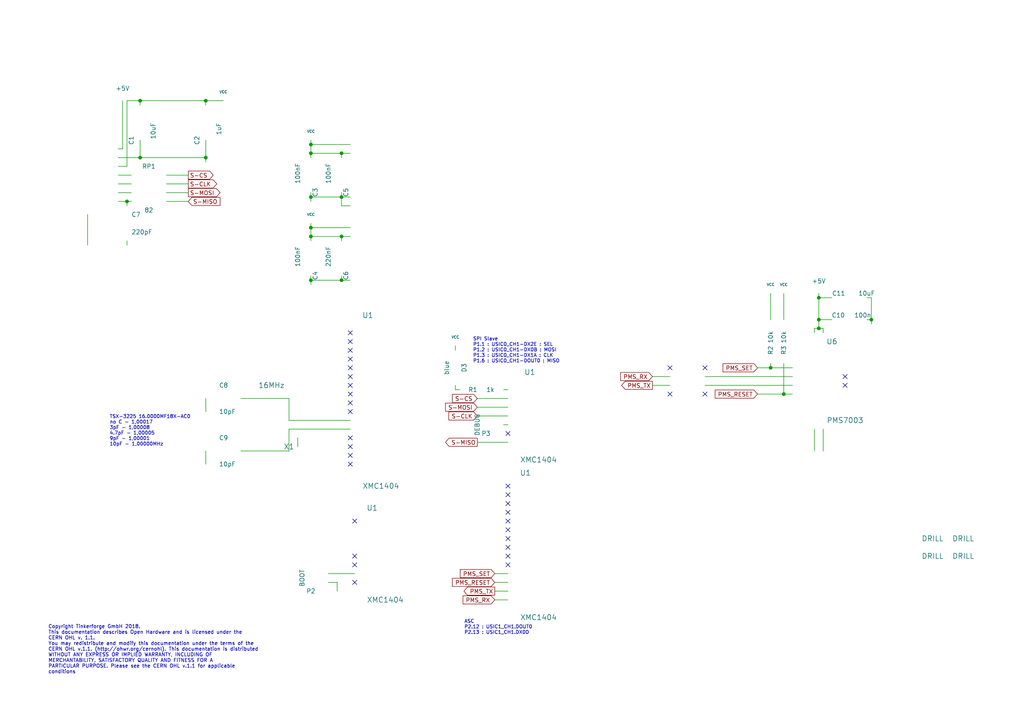
<source format=kicad_sch>
(kicad_sch (version 20230121) (generator eeschema)
  (paper "A4")
  (title_block (title "Particulate Matter Bricklet") (date "2018-01-22") (rev "1.0") (company "Tinkerforge GmbH") (comment 1 "Licensed under CERN OHL v.1.1") (comment 2 "Copyright (©) 2018, L.Lauer <lukas@tinkerforge.com>"))
  (lib_symbols)
  (junction (at 227.33 114.3))
  (junction (at 223.52 106.68))
  (junction (at 99.06 81.28))
  (junction (at 59.69 29.21))
  (junction (at 90.17 57.15))
  (junction (at 90.17 41.91))
  (junction (at 40.64 29.21))
  (junction (at 237.49 92.71))
  (junction (at 99.06 44.45))
  (junction (at 36.83 58.42))
  (junction (at 90.17 68.58))
  (junction (at 59.69 45.72))
  (junction (at 237.49 95.25))
  (junction (at 40.64 45.72))
  (junction (at 90.17 81.28))
  (junction (at 99.06 57.15))
  (junction (at 90.17 44.45))
  (junction (at 90.17 66.04))
  (junction (at 237.49 86.36))
  (junction (at 99.06 68.58))
  (junction (at 252.73 92.71))
  (no_connect (at 101.6 134.62))
  (no_connect (at 204.47 114.3))
  (no_connect (at 245.11 109.22))
  (no_connect (at 147.32 148.59))
  (no_connect (at 101.6 106.68))
  (no_connect (at 101.6 119.38))
  (no_connect (at 245.11 111.76))
  (no_connect (at 101.6 99.06))
  (no_connect (at 147.32 158.75))
  (no_connect (at 102.87 161.29))
  (no_connect (at 102.87 163.83))
  (no_connect (at 147.32 156.21))
  (no_connect (at 147.32 153.67))
  (no_connect (at 101.6 101.6))
  (no_connect (at 102.87 168.91))
  (no_connect (at 101.6 116.84))
  (no_connect (at 101.6 129.54))
  (no_connect (at 101.6 96.52))
  (no_connect (at 102.87 151.13))
  (no_connect (at 101.6 111.76))
  (no_connect (at 101.6 127))
  (no_connect (at 147.32 163.83))
  (no_connect (at 147.32 125.73))
  (no_connect (at 147.32 140.97))
  (no_connect (at 147.32 146.05))
  (no_connect (at 194.31 114.3))
  (no_connect (at 101.6 132.08))
  (no_connect (at 204.47 106.68))
  (no_connect (at 101.6 104.14))
  (no_connect (at 101.6 114.3))
  (no_connect (at 147.32 143.51))
  (no_connect (at 101.6 109.22))
  (no_connect (at 194.31 106.68))
  (no_connect (at 147.32 161.29))
  (no_connect (at 147.32 151.13))
  (wire (pts (xy 36.83 48.26) (xy 36.83 29.21)))
  (wire (pts (xy 241.3 92.71) (xy 237.49 92.71)))
  (wire (pts (xy 147.32 113.03) (xy 146.05 113.03)))
  (wire (pts (xy 194.31 109.22) (xy 189.23 109.22)))
  (wire (pts (xy 99.06 68.58) (xy 101.6 68.58)))
  (wire (pts (xy 133.35 113.03) (xy 132.08 113.03)))
  (wire (pts (xy 48.26 50.8) (xy 54.61 50.8)))
  (wire (pts (xy 90.17 44.45) (xy 90.17 45.72)))
  (wire (pts (xy 138.43 128.27) (xy 147.32 128.27)))
  (wire (pts (xy 99.06 81.28) (xy 101.6 81.28)))
  (wire (pts (xy 83.82 124.46) (xy 101.6 124.46)))
  (wire (pts (xy 59.69 30.48) (xy 59.69 29.21)))
  (wire (pts (xy 59.69 40.64) (xy 59.69 45.72)))
  (wire (pts (xy 36.83 59.69) (xy 36.83 58.42)))
  (wire (pts (xy 83.82 121.92) (xy 101.6 121.92)))
  (wire (pts (xy 35.56 29.21) (xy 35.56 43.18)))
  (wire (pts (xy 69.85 115.57) (xy 83.82 115.57)))
  (wire (pts (xy 90.17 66.04) (xy 90.17 68.58)))
  (wire (pts (xy 237.49 92.71) (xy 237.49 86.36)))
  (wire (pts (xy 90.17 68.58) (xy 99.06 68.58)))
  (wire (pts (xy 236.22 96.52) (xy 236.22 95.25)))
  (wire (pts (xy 251.46 92.71) (xy 252.73 92.71)))
  (wire (pts (xy 36.83 69.85) (xy 36.83 71.12)))
  (wire (pts (xy 59.69 29.21) (xy 64.77 29.21)))
  (wire (pts (xy 90.17 64.77) (xy 90.17 66.04)))
  (wire (pts (xy 194.31 111.76) (xy 189.23 111.76)))
  (wire (pts (xy 238.76 124.46) (xy 238.76 130.81)))
  (wire (pts (xy 101.6 41.91) (xy 90.17 41.91)))
  (wire (pts (xy 223.52 106.68) (xy 229.87 106.68)))
  (wire (pts (xy 147.32 173.99) (xy 143.51 173.99)))
  (wire (pts (xy 238.76 95.25) (xy 238.76 96.52)))
  (wire (pts (xy 227.33 85.09) (xy 227.33 92.71)))
  (wire (pts (xy 204.47 109.22) (xy 229.87 109.22)))
  (wire (pts (xy 147.32 168.91) (xy 143.51 168.91)))
  (wire (pts (xy 219.71 106.68) (xy 223.52 106.68)))
  (wire (pts (xy 48.26 58.42) (xy 54.61 58.42)))
  (wire (pts (xy 90.17 41.91) (xy 90.17 44.45)))
  (wire (pts (xy 223.52 85.09) (xy 223.52 92.71)))
  (wire (pts (xy 99.06 57.15) (xy 99.06 59.69)))
  (wire (pts (xy 138.43 120.65) (xy 147.32 120.65)))
  (wire (pts (xy 90.17 80.01) (xy 90.17 81.28)))
  (wire (pts (xy 99.06 57.15) (xy 101.6 57.15)))
  (wire (pts (xy 90.17 57.15) (xy 99.06 57.15)))
  (wire (pts (xy 34.29 53.34) (xy 38.1 53.34)))
  (wire (pts (xy 40.64 45.72) (xy 40.64 40.64)))
  (wire (pts (xy 237.49 95.25) (xy 238.76 95.25)))
  (wire (pts (xy 90.17 81.28) (xy 90.17 82.55)))
  (wire (pts (xy 90.17 81.28) (xy 99.06 81.28)))
  (wire (pts (xy 223.52 105.41) (xy 223.52 106.68)))
  (wire (pts (xy 219.71 114.3) (xy 227.33 114.3)))
  (wire (pts (xy 146.05 123.19) (xy 147.32 123.19)))
  (wire (pts (xy 69.85 130.81) (xy 83.82 130.81)))
  (wire (pts (xy 99.06 44.45) (xy 101.6 44.45)))
  (wire (pts (xy 36.83 29.21) (xy 40.64 29.21)))
  (wire (pts (xy 38.1 55.88) (xy 34.29 55.88)))
  (wire (pts (xy 34.29 50.8) (xy 38.1 50.8)))
  (wire (pts (xy 48.26 53.34) (xy 54.61 53.34)))
  (wire (pts (xy 227.33 114.3) (xy 229.87 114.3)))
  (wire (pts (xy 59.69 119.38) (xy 59.69 115.57)))
  (wire (pts (xy 34.29 58.42) (xy 36.83 58.42)))
  (wire (pts (xy 83.82 130.81) (xy 83.82 124.46)))
  (wire (pts (xy 34.29 48.26) (xy 36.83 48.26)))
  (wire (pts (xy 241.3 86.36) (xy 237.49 86.36)))
  (wire (pts (xy 237.49 86.36) (xy 237.49 85.09)))
  (wire (pts (xy 86.36 129.54) (xy 86.36 127)))
  (wire (pts (xy 204.47 111.76) (xy 229.87 111.76)))
  (wire (pts (xy 252.73 92.71) (xy 252.73 93.98)))
  (wire (pts (xy 83.82 115.57) (xy 83.82 121.92)))
  (wire (pts (xy 143.51 166.37) (xy 147.32 166.37)))
  (wire (pts (xy 48.26 55.88) (xy 54.61 55.88)))
  (wire (pts (xy 97.79 168.91) (xy 97.79 171.45)))
  (wire (pts (xy 99.06 68.58) (xy 99.06 69.85)))
  (wire (pts (xy 36.83 58.42) (xy 38.1 58.42)))
  (wire (pts (xy 237.49 95.25) (xy 237.49 92.71)))
  (wire (pts (xy 90.17 44.45) (xy 99.06 44.45)))
  (wire (pts (xy 90.17 57.15) (xy 90.17 58.42)))
  (wire (pts (xy 40.64 29.21) (xy 40.64 30.48)))
  (wire (pts (xy 34.29 45.72) (xy 40.64 45.72)))
  (wire (pts (xy 90.17 40.64) (xy 90.17 41.91)))
  (wire (pts (xy 35.56 43.18) (xy 34.29 43.18)))
  (wire (pts (xy 236.22 124.46) (xy 236.22 130.81)))
  (wire (pts (xy 99.06 81.28) (xy 99.06 80.01)))
  (wire (pts (xy 99.06 59.69) (xy 101.6 59.69)))
  (wire (pts (xy 132.08 113.03) (xy 132.08 111.76)))
  (wire (pts (xy 236.22 95.25) (xy 237.49 95.25)))
  (wire (pts (xy 90.17 55.88) (xy 90.17 57.15)))
  (wire (pts (xy 251.46 86.36) (xy 252.73 86.36)))
  (wire (pts (xy 59.69 134.62) (xy 59.69 130.81)))
  (wire (pts (xy 143.51 171.45) (xy 147.32 171.45)))
  (wire (pts (xy 101.6 66.04) (xy 90.17 66.04)))
  (wire (pts (xy 40.64 29.21) (xy 59.69 29.21)))
  (wire (pts (xy 99.06 44.45) (xy 99.06 45.72)))
  (wire (pts (xy 227.33 105.41) (xy 227.33 114.3)))
  (wire (pts (xy 59.69 45.72) (xy 59.69 46.99)))
  (wire (pts (xy 90.17 68.58) (xy 90.17 69.85)))
  (wire (pts (xy 138.43 118.11) (xy 147.32 118.11)))
  (wire (pts (xy 252.73 86.36) (xy 252.73 92.71)))
  (wire (pts (xy 99.06 55.88) (xy 99.06 57.15)))
  (wire (pts (xy 95.25 168.91) (xy 97.79 168.91)))
  (wire (pts (xy 132.08 100.33) (xy 132.08 101.6)))
  (wire (pts (xy 25.4 62.23) (xy 25.4 71.12)))
  (wire (pts (xy 40.64 45.72) (xy 59.69 45.72)))
  (wire (pts (xy 102.87 166.37) (xy 95.25 166.37)))
  (wire (pts (xy 138.43 115.57) (xy 147.32 115.57)))
  (text "SPI Slave\nP1.1 : USIC0_CH1-DX2E : SEL\nP1.2 : USIC0_CH1-DX0B : MOSI\nP1.3 : USIC0_CH1-DX1A : CLK\nP1.6 : USIC0_CH1-DOUT0 : MISO" (at 137.16 105.41 0) (effects (font (size 0.9906 0.9906)) (justify left bottom)))
  (text "Copyright Tinkerforge GmbH 2018.\nThis documentation describes Open Hardware and is licensed under the\nCERN OHL v. 1.1.\nYou may redistribute and modify this documentation under the terms of the\nCERN OHL v.1.1. (http://ohwr.org/cernohl). This documentation is distributed\nWITHOUT ANY EXPRESS OR IMPLIED WARRANTY, INCLUDING OF\nMERCHANTABILITY, SATISFACTORY QUALITY AND FITNESS FOR A\nPARTICULAR PURPOSE. Please see the CERN OHL v.1.1 for applicable\nconditions\n" (at 13.97 195.58 0) (effects (font (size 1.016 1.016)) (justify left bottom)))
  (text "ASC\nP2.12 : USIC1_CH1.DOUT0\nP2.13 : USIC1_CH1.DX0D" (at 134.62 184.15 0) (effects (font (size 0.9906 0.9906)) (justify left bottom)))
  (text "TSX-3225 16.0000MF18X-AC0\nno C - 1,00017\n3pF - 1,00008\n4.7pF - 1,00005\n9pF - 1,00001\n10pF - 1,00000MHz" (at 31.75 129.54 0) (effects (font (size 0.9906 0.9906)) (justify left bottom)))
  (global_label "PMS_RX" (shape input) (at 143.51 173.99 180) (effects (font (size 1.1938 1.1938))) (property "Intersheetrefs" "${INTERSHEET_REFS}" (effects hide)))
  (global_label "S-MOSI" (shape output) (at 54.61 55.88 0) (effects (font (size 1.1938 1.1938))) (property "Intersheetrefs" "${INTERSHEET_REFS}" (effects hide)))
  (global_label "S-MISO" (shape input) (at 54.61 58.42 0) (effects (font (size 1.1938 1.1938))) (property "Intersheetrefs" "${INTERSHEET_REFS}" (effects hide)))
  (global_label "PMS_SET" (shape input) (at 143.51 166.37 180) (effects (font (size 1.1938 1.1938))) (property "Intersheetrefs" "${INTERSHEET_REFS}" (effects hide)))
  (global_label "PMS_SET" (shape input) (at 219.71 106.68 180) (effects (font (size 1.1938 1.1938))) (property "Intersheetrefs" "${INTERSHEET_REFS}" (effects hide)))
  (global_label "PMS_RESET" (shape input) (at 219.71 114.3 180) (effects (font (size 1.1938 1.1938))) (property "Intersheetrefs" "${INTERSHEET_REFS}" (effects hide)))
  (global_label "S-CS" (shape input) (at 138.43 115.57 180) (effects (font (size 1.1938 1.1938))) (property "Intersheetrefs" "${INTERSHEET_REFS}" (effects hide)))
  (global_label "S-CS" (shape output) (at 54.61 50.8 0) (effects (font (size 1.1938 1.1938))) (property "Intersheetrefs" "${INTERSHEET_REFS}" (effects hide)))
  (global_label "PMS_TX" (shape output) (at 189.23 111.76 180) (effects (font (size 1.1938 1.1938))) (property "Intersheetrefs" "${INTERSHEET_REFS}" (effects hide)))
  (global_label "S-CLK" (shape input) (at 138.43 120.65 180) (effects (font (size 1.1938 1.1938))) (property "Intersheetrefs" "${INTERSHEET_REFS}" (effects hide)))
  (global_label "S-MOSI" (shape input) (at 138.43 118.11 180) (effects (font (size 1.1938 1.1938))) (property "Intersheetrefs" "${INTERSHEET_REFS}" (effects hide)))
  (global_label "PMS_RESET" (shape input) (at 143.51 168.91 180) (effects (font (size 1.1938 1.1938))) (property "Intersheetrefs" "${INTERSHEET_REFS}" (effects hide)))
  (global_label "S-CLK" (shape output) (at 54.61 53.34 0) (effects (font (size 1.1938 1.1938))) (property "Intersheetrefs" "${INTERSHEET_REFS}" (effects hide)))
  (global_label "S-MISO" (shape output) (at 138.43 128.27 180) (effects (font (size 1.1938 1.1938))) (property "Intersheetrefs" "${INTERSHEET_REFS}" (effects hide)))
  (global_label "PMS_TX" (shape output) (at 143.51 171.45 180) (effects (font (size 1.1938 1.1938))) (property "Intersheetrefs" "${INTERSHEET_REFS}" (effects hide)))
  (global_label "PMS_RX" (shape input) (at 189.23 109.22 180) (effects (font (size 1.1938 1.1938))) (property "Intersheetrefs" "${INTERSHEET_REFS}" (effects hide)))
  (symbol (lib_id "CON-SENSOR2") (at 25.4 50.8 0) (mirror y) (unit 1)
    (property "Reference" "P1" (at 21.59 40.64 0) (effects (font (size 1.524 1.524))))
    (property "Value" "CON-SENSOR2" (at 21.59 50.8 90) (effects (font (size 1.524 1.524))))
    (property "Footprint" "kicad-libraries:CON-SENSOR2" (effects hide))
  )
  (symbol (lib_id "GND") (at 25.4 71.12 0) (unit 1)
    (property "Reference" "#PWR02" (effects hide))
    (property "Value" "GND" (effects hide))
  )
  (symbol (lib_id "VCC") (at 64.77 29.21 0) (unit 1)
    (property "Reference" "#PWR01" (effects hide))
    (property "Value" "VCC" (at 64.77 26.67 0) (effects (font (size 0.762 0.762))))
  )
  (symbol (lib_id "DRILL") (at 279.4 156.21 0) (unit 1)
    (property "Reference" "U4" (effects hide))
    (property "Value" "DRILL" (at 279.4 156.21 0) (effects (font (size 1.524 1.524))))
    (property "Footprint" "kicad-libraries:DRILL_NP" (effects hide))
  )
  (symbol (lib_id "DRILL") (at 279.4 161.29 0) (unit 1)
    (property "Reference" "U5" (effects hide))
    (property "Value" "DRILL" (at 279.4 161.29 0) (effects (font (size 1.524 1.524))))
    (property "Footprint" "kicad-libraries:DRILL_NP" (effects hide))
  )
  (symbol (lib_id "DRILL") (at 270.51 161.29 0) (unit 1)
    (property "Reference" "U3" (effects hide))
    (property "Value" "DRILL" (at 270.51 161.29 0) (effects (font (size 1.524 1.524))))
    (property "Footprint" "kicad-libraries:DRILL_NP" (effects hide))
  )
  (symbol (lib_id "DRILL") (at 270.51 156.21 0) (unit 1)
    (property "Reference" "U2" (effects hide))
    (property "Value" "DRILL" (at 270.51 156.21 0) (effects (font (size 1.524 1.524))))
    (property "Footprint" "kicad-libraries:DRILL_NP" (effects hide))
  )
  (symbol (lib_id "C") (at 40.64 35.56 180) (unit 1)
    (property "Reference" "C1" (at 38.1 39.37 90) (effects (justify left)))
    (property "Value" "10uF" (at 44.45 35.56 90) (effects (justify left)))
    (property "Footprint" "kicad-libraries:C0805" (effects hide))
  )
  (symbol (lib_id "C") (at 59.69 35.56 180) (unit 1)
    (property "Reference" "C2" (at 57.15 39.37 90) (effects (justify left)))
    (property "Value" "1uF" (at 63.5 35.56 90) (effects (justify left)))
    (property "Footprint" "kicad-libraries:C0603F" (effects hide))
  )
  (symbol (lib_id "GND") (at 59.69 46.99 0) (unit 1)
    (property "Reference" "#PWR03" (effects hide))
    (property "Value" "GND" (effects hide))
  )
  (symbol (lib_id "XMC1XXX48") (at 110.49 115.57 0) (unit 2)
    (property "Reference" "U1" (at 106.68 91.44 0) (effects (font (size 1.524 1.524))))
    (property "Value" "XMC1404" (at 110.49 140.97 0) (effects (font (size 1.524 1.524))))
    (property "Footprint" "kicad-libraries:QFN48-EP2" (effects hide))
  )
  (symbol (lib_id "XMC1XXX48") (at 110.49 60.96 0) (unit 1)
    (property "Reference" "U1" (at 106.68 36.83 0) (effects (font (size 1.524 1.524))))
    (property "Value" "XMC1404" (at 110.49 86.36 0) (effects (font (size 1.524 1.524))))
    (property "Footprint" "kicad-libraries:QFN48-EP2" (effects hide))
  )
  (symbol (lib_id "XMC1XXX48") (at 156.21 153.67 0) (unit 4)
    (property "Reference" "U1" (at 152.4 137.16 0) (effects (font (size 1.524 1.524))))
    (property "Value" "XMC1404" (at 156.21 179.07 0) (effects (font (size 1.524 1.524))))
    (property "Footprint" "kicad-libraries:QFN48-EP2" (effects hide))
  )
  (symbol (lib_id "XMC1XXX48") (at 156.21 120.65 0) (unit 3)
    (property "Reference" "U1" (at 153.67 107.95 0) (effects (font (size 1.524 1.524))))
    (property "Value" "XMC1404" (at 156.21 133.35 0) (effects (font (size 1.524 1.524))))
    (property "Footprint" "kicad-libraries:QFN48-EP2" (effects hide))
  )
  (symbol (lib_id "XMC1XXX48") (at 111.76 158.75 0) (unit 5)
    (property "Reference" "U1" (at 107.95 147.32 0) (effects (font (size 1.524 1.524))))
    (property "Value" "XMC1404" (at 111.76 173.99 0) (effects (font (size 1.524 1.524))))
    (property "Footprint" "kicad-libraries:QFN48-EP2" (effects hide))
  )
  (symbol (lib_id "C") (at 90.17 50.8 0) (unit 1)
    (property "Reference" "C3" (at 91.44 57.15 90) (effects (justify left)))
    (property "Value" "100nF" (at 86.36 53.34 90) (effects (justify left)))
    (property "Footprint" "kicad-libraries:C0603F" (effects hide))
  )
  (symbol (lib_id "C") (at 99.06 50.8 0) (unit 1)
    (property "Reference" "C5" (at 100.33 57.15 90) (effects (justify left)))
    (property "Value" "100nF" (at 95.25 53.34 90) (effects (justify left)))
    (property "Footprint" "kicad-libraries:C0603F" (effects hide))
  )
  (symbol (lib_id "C") (at 99.06 74.93 0) (unit 1)
    (property "Reference" "C6" (at 100.33 81.28 90) (effects (justify left)))
    (property "Value" "220nF" (at 95.25 77.47 90) (effects (justify left)))
    (property "Footprint" "kicad-libraries:C0603F" (effects hide))
  )
  (symbol (lib_id "C") (at 90.17 74.93 0) (unit 1)
    (property "Reference" "C4" (at 91.44 81.28 90) (effects (justify left)))
    (property "Value" "100nF" (at 86.36 77.47 90) (effects (justify left)))
    (property "Footprint" "kicad-libraries:C0603F" (effects hide))
  )
  (symbol (lib_id "VCC") (at 90.17 40.64 0) (unit 1)
    (property "Reference" "#PWR04" (effects hide))
    (property "Value" "VCC" (at 90.17 38.1 0) (effects (font (size 0.762 0.762))))
  )
  (symbol (lib_id "VCC") (at 90.17 64.77 0) (unit 1)
    (property "Reference" "#PWR05" (effects hide))
    (property "Value" "VCC" (at 90.17 62.23 0) (effects (font (size 0.762 0.762))))
  )
  (symbol (lib_id "GND") (at 90.17 58.42 0) (unit 1)
    (property "Reference" "#PWR06" (effects hide))
    (property "Value" "GND" (effects hide))
  )
  (symbol (lib_id "GND") (at 90.17 82.55 0) (unit 1)
    (property "Reference" "#PWR07" (effects hide))
    (property "Value" "GND" (effects hide))
  )
  (symbol (lib_id "GND") (at 36.83 71.12 0) (unit 1)
    (property "Reference" "#PWR08" (effects hide))
    (property "Value" "GND" (effects hide))
  )
  (symbol (lib_id "LED") (at 132.08 106.68 270) (unit 1)
    (property "Reference" "D3" (at 134.62 106.68 0))
    (property "Value" "blue" (at 129.54 106.68 0))
    (property "Footprint" "kicad-libraries:D0603E" (effects hide))
  )
  (symbol (lib_id "CONN_01X02") (at 90.17 167.64 180) (unit 1)
    (property "Reference" "P2" (at 90.17 171.45 0))
    (property "Value" "BOOT" (at 87.63 167.64 90))
    (property "Footprint" "kicad-libraries:SolderJumper" (effects hide))
  )
  (symbol (lib_id "VCC") (at 132.08 100.33 0) (unit 1)
    (property "Reference" "#PWR09" (effects hide))
    (property "Value" "VCC" (at 132.08 97.79 0) (effects (font (size 0.762 0.762))))
  )
  (symbol (lib_id "VCC") (at 223.52 85.09 0) (unit 1)
    (property "Reference" "#PWR010" (effects hide))
    (property "Value" "VCC" (at 223.52 82.55 0) (effects (font (size 0.762 0.762))))
  )
  (symbol (lib_id "C") (at 64.77 115.57 270) (unit 1)
    (property "Reference" "C8" (at 63.5 111.76 90) (effects (justify left)))
    (property "Value" "10pF" (at 63.5 119.38 90) (effects (justify left)))
    (property "Footprint" "kicad-libraries:C0603F" (effects hide))
  )
  (symbol (lib_id "C") (at 64.77 130.81 270) (unit 1)
    (property "Reference" "C9" (at 63.5 127 90) (effects (justify left)))
    (property "Value" "10pF" (at 63.5 134.62 90) (effects (justify left)))
    (property "Footprint" "kicad-libraries:C0603F" (effects hide))
  )
  (symbol (lib_id "GND") (at 59.69 134.62 0) (unit 1)
    (property "Reference" "#PWR011" (effects hide))
    (property "Value" "GND" (effects hide))
  )
  (symbol (lib_id "CRYSTAL_3225") (at 78.74 123.19 90) (unit 1)
    (property "Reference" "X1" (at 83.82 129.54 90) (effects (font (size 1.524 1.524))))
    (property "Value" "16MHz" (at 78.74 111.76 90) (effects (font (size 1.524 1.524))))
    (property "Footprint" "kicad-libraries:CRYSTAL_3225" (effects hide))
  )
  (symbol (lib_id "GND") (at 59.69 119.38 0) (unit 1)
    (property "Reference" "#PWR012" (effects hide))
    (property "Value" "GND" (effects hide))
  )
  (symbol (lib_id "GND") (at 86.36 129.54 0) (unit 1)
    (property "Reference" "#PWR013" (effects hide))
    (property "Value" "GND" (effects hide))
  )
  (symbol (lib_id "GND") (at 97.79 171.45 0) (unit 1)
    (property "Reference" "#PWR014" (effects hide))
    (property "Value" "GND" (effects hide))
  )
  (symbol (lib_id "R_PACK4") (at 199.39 115.57 0) (unit 1)
    (property "Reference" "RP2" (at 199.39 104.14 0))
    (property "Value" "100" (at 199.39 116.84 0))
    (property "Footprint" "kicad-libraries:4X0402" (effects hide))
  )
  (symbol (lib_id "+5V") (at 35.56 29.21 0) (unit 1)
    (property "Reference" "#PWR015" (effects hide))
    (property "Value" "+5V" (at 35.56 25.654 0))
  )
  (symbol (lib_id "C") (at 246.38 86.36 270) (unit 1)
    (property "Reference" "C11" (at 241.3 85.09 90) (effects (justify left)))
    (property "Value" "10uF" (at 248.92 85.09 90) (effects (justify left)))
    (property "Footprint" "kicad-libraries:C0805" (effects hide))
  )
  (symbol (lib_id "R_PACK4") (at 43.18 59.69 0) (unit 1)
    (property "Reference" "RP1" (at 43.18 48.26 0))
    (property "Value" "82" (at 43.18 60.96 0))
    (property "Footprint" "kicad-libraries:4X0402" (effects hide))
  )
  (symbol (lib_id "C") (at 36.83 64.77 0) (unit 1)
    (property "Reference" "C7" (at 38.1 62.23 0) (effects (justify left)))
    (property "Value" "220pF" (at 38.1 67.31 0) (effects (justify left)))
    (property "Footprint" "kicad-libraries:C0402F" (effects hide))
  )
  (symbol (lib_id "CONN_01X01") (at 140.97 123.19 180) (unit 1)
    (property "Reference" "P3" (at 140.97 125.73 0))
    (property "Value" "DEBUG" (at 138.43 123.19 90))
    (property "Footprint" "kicad-libraries:DEBUG_PAD" (effects hide))
  )
  (symbol (lib_id "R") (at 139.7 113.03 270) (unit 1)
    (property "Reference" "R1" (at 137.16 113.03 90))
    (property "Value" "1k" (at 142.24 113.03 90))
    (property "Footprint" "kicad-libraries:R0603F" (effects hide))
  )
  (symbol (lib_id "PMS7003") (at 237.49 110.49 0) (unit 1)
    (property "Reference" "U6" (at 241.3 99.06 0) (effects (font (size 1.524 1.524))))
    (property "Value" "PMS7003" (at 245.11 121.92 0) (effects (font (size 1.524 1.524))))
    (property "Footprint" "kicad-libraries:PMS7003" (effects hide))
  )
  (symbol (lib_id "GND") (at 236.22 130.81 0) (unit 1)
    (property "Reference" "#PWR016" (effects hide))
    (property "Value" "GND" (effects hide))
  )
  (symbol (lib_id "GND") (at 238.76 130.81 0) (unit 1)
    (property "Reference" "#PWR017" (effects hide))
    (property "Value" "GND" (effects hide))
  )
  (symbol (lib_id "+5V") (at 237.49 85.09 0) (unit 1)
    (property "Reference" "#PWR018" (effects hide))
    (property "Value" "+5V" (at 237.49 81.534 0))
  )
  (symbol (lib_id "C") (at 246.38 92.71 90) (unit 1)
    (property "Reference" "C10" (at 245.11 91.44 90) (effects (justify left)))
    (property "Value" "100n" (at 252.73 91.44 90) (effects (justify left)))
    (property "Footprint" "kicad-libraries:C0603F" (effects hide))
  )
  (symbol (lib_id "GND") (at 252.73 93.98 0) (unit 1)
    (property "Reference" "#PWR019" (effects hide))
    (property "Value" "GND" (effects hide))
  )
  (symbol (lib_id "R") (at 227.33 99.06 0) (unit 1)
    (property "Reference" "R3" (at 227.33 101.6 90))
    (property "Value" "10k" (at 227.33 97.79 90))
    (property "Footprint" "kicad-libraries:R0603F" (effects hide))
  )
  (symbol (lib_id "R") (at 223.52 99.06 0) (unit 1)
    (property "Reference" "R2" (at 223.52 101.6 90))
    (property "Value" "10k" (at 223.52 97.79 90))
    (property "Footprint" "kicad-libraries:R0603F" (effects hide))
  )
  (symbol (lib_id "VCC") (at 227.33 85.09 0) (unit 1)
    (property "Reference" "#PWR020" (effects hide))
    (property "Value" "VCC" (at 227.33 82.55 0) (effects (font (size 0.762 0.762))))
  )
)
</source>
